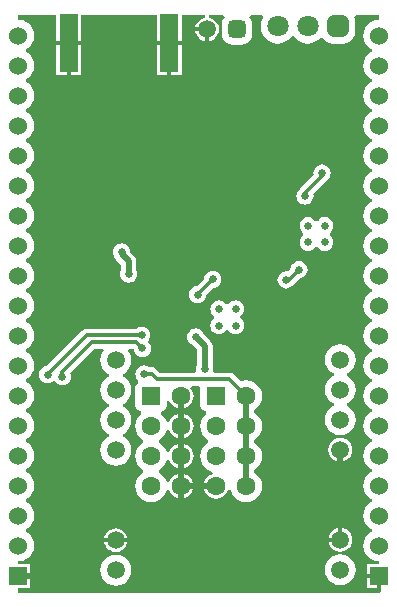
<source format=gbl>
%FSAX24Y24*%
%MOIN*%
G70*
G01*
G75*
G04 Layer_Physical_Order=2*
G04 Layer_Color=16711680*
G04:AMPARAMS|DCode=10|XSize=59.1mil|YSize=51.2mil|CornerRadius=12.8mil|HoleSize=0mil|Usage=FLASHONLY|Rotation=180.000|XOffset=0mil|YOffset=0mil|HoleType=Round|Shape=RoundedRectangle|*
%AMROUNDEDRECTD10*
21,1,0.0591,0.0256,0,0,180.0*
21,1,0.0335,0.0512,0,0,180.0*
1,1,0.0256,-0.0167,0.0128*
1,1,0.0256,0.0167,0.0128*
1,1,0.0256,0.0167,-0.0128*
1,1,0.0256,-0.0167,-0.0128*
%
%ADD10ROUNDEDRECTD10*%
%ADD11O,0.0236X0.0827*%
G04:AMPARAMS|DCode=12|XSize=17.7mil|YSize=43.3mil|CornerRadius=4.4mil|HoleSize=0mil|Usage=FLASHONLY|Rotation=180.000|XOffset=0mil|YOffset=0mil|HoleType=Round|Shape=RoundedRectangle|*
%AMROUNDEDRECTD12*
21,1,0.0177,0.0344,0,0,180.0*
21,1,0.0089,0.0433,0,0,180.0*
1,1,0.0089,-0.0044,0.0172*
1,1,0.0089,0.0044,0.0172*
1,1,0.0089,0.0044,-0.0172*
1,1,0.0089,-0.0044,-0.0172*
%
%ADD12ROUNDEDRECTD12*%
G04:AMPARAMS|DCode=13|XSize=84.6mil|YSize=84.6mil|CornerRadius=4.2mil|HoleSize=0mil|Usage=FLASHONLY|Rotation=90.000|XOffset=0mil|YOffset=0mil|HoleType=Round|Shape=RoundedRectangle|*
%AMROUNDEDRECTD13*
21,1,0.0846,0.0762,0,0,90.0*
21,1,0.0762,0.0846,0,0,90.0*
1,1,0.0085,0.0381,0.0381*
1,1,0.0085,0.0381,-0.0381*
1,1,0.0085,-0.0381,-0.0381*
1,1,0.0085,-0.0381,0.0381*
%
%ADD13ROUNDEDRECTD13*%
G04:AMPARAMS|DCode=14|XSize=17.7mil|YSize=43.3mil|CornerRadius=4.4mil|HoleSize=0mil|Usage=FLASHONLY|Rotation=270.000|XOffset=0mil|YOffset=0mil|HoleType=Round|Shape=RoundedRectangle|*
%AMROUNDEDRECTD14*
21,1,0.0177,0.0344,0,0,270.0*
21,1,0.0089,0.0433,0,0,270.0*
1,1,0.0089,-0.0172,-0.0044*
1,1,0.0089,-0.0172,0.0044*
1,1,0.0089,0.0172,0.0044*
1,1,0.0089,0.0172,-0.0044*
%
%ADD14ROUNDEDRECTD14*%
G04:AMPARAMS|DCode=15|XSize=39.4mil|YSize=39.4mil|CornerRadius=9.8mil|HoleSize=0mil|Usage=FLASHONLY|Rotation=0.000|XOffset=0mil|YOffset=0mil|HoleType=Round|Shape=RoundedRectangle|*
%AMROUNDEDRECTD15*
21,1,0.0394,0.0197,0,0,0.0*
21,1,0.0197,0.0394,0,0,0.0*
1,1,0.0197,0.0098,-0.0098*
1,1,0.0197,-0.0098,-0.0098*
1,1,0.0197,-0.0098,0.0098*
1,1,0.0197,0.0098,0.0098*
%
%ADD15ROUNDEDRECTD15*%
G04:AMPARAMS|DCode=16|XSize=39.4mil|YSize=39.4mil|CornerRadius=9.8mil|HoleSize=0mil|Usage=FLASHONLY|Rotation=90.000|XOffset=0mil|YOffset=0mil|HoleType=Round|Shape=RoundedRectangle|*
%AMROUNDEDRECTD16*
21,1,0.0394,0.0197,0,0,90.0*
21,1,0.0197,0.0394,0,0,90.0*
1,1,0.0197,0.0098,0.0098*
1,1,0.0197,0.0098,-0.0098*
1,1,0.0197,-0.0098,-0.0098*
1,1,0.0197,-0.0098,0.0098*
%
%ADD16ROUNDEDRECTD16*%
G04:AMPARAMS|DCode=17|XSize=59.1mil|YSize=51.2mil|CornerRadius=12.8mil|HoleSize=0mil|Usage=FLASHONLY|Rotation=270.000|XOffset=0mil|YOffset=0mil|HoleType=Round|Shape=RoundedRectangle|*
%AMROUNDEDRECTD17*
21,1,0.0591,0.0256,0,0,270.0*
21,1,0.0335,0.0512,0,0,270.0*
1,1,0.0256,-0.0128,-0.0167*
1,1,0.0256,-0.0128,0.0167*
1,1,0.0256,0.0128,0.0167*
1,1,0.0256,0.0128,-0.0167*
%
%ADD17ROUNDEDRECTD17*%
G04:AMPARAMS|DCode=18|XSize=32mil|YSize=40mil|CornerRadius=4mil|HoleSize=0mil|Usage=FLASHONLY|Rotation=90.000|XOffset=0mil|YOffset=0mil|HoleType=Round|Shape=RoundedRectangle|*
%AMROUNDEDRECTD18*
21,1,0.0320,0.0320,0,0,90.0*
21,1,0.0240,0.0400,0,0,90.0*
1,1,0.0080,0.0160,0.0120*
1,1,0.0080,0.0160,-0.0120*
1,1,0.0080,-0.0160,-0.0120*
1,1,0.0080,-0.0160,0.0120*
%
%ADD18ROUNDEDRECTD18*%
G04:AMPARAMS|DCode=19|XSize=32mil|YSize=40mil|CornerRadius=4mil|HoleSize=0mil|Usage=FLASHONLY|Rotation=0.000|XOffset=0mil|YOffset=0mil|HoleType=Round|Shape=RoundedRectangle|*
%AMROUNDEDRECTD19*
21,1,0.0320,0.0320,0,0,0.0*
21,1,0.0240,0.0400,0,0,0.0*
1,1,0.0080,0.0120,-0.0160*
1,1,0.0080,-0.0120,-0.0160*
1,1,0.0080,-0.0120,0.0160*
1,1,0.0080,0.0120,0.0160*
%
%ADD19ROUNDEDRECTD19*%
G04:AMPARAMS|DCode=20|XSize=70.9mil|YSize=65mil|CornerRadius=4.9mil|HoleSize=0mil|Usage=FLASHONLY|Rotation=0.000|XOffset=0mil|YOffset=0mil|HoleType=Round|Shape=RoundedRectangle|*
%AMROUNDEDRECTD20*
21,1,0.0709,0.0552,0,0,0.0*
21,1,0.0611,0.0650,0,0,0.0*
1,1,0.0097,0.0306,-0.0276*
1,1,0.0097,-0.0306,-0.0276*
1,1,0.0097,-0.0306,0.0276*
1,1,0.0097,0.0306,0.0276*
%
%ADD20ROUNDEDRECTD20*%
%ADD21R,0.0630X0.1929*%
%ADD22R,0.0276X0.0925*%
%ADD23R,0.0512X0.0354*%
%ADD24R,0.0748X0.0354*%
%ADD25R,0.1063X0.0669*%
%ADD26C,0.0118*%
%ADD27C,0.0100*%
%ADD28C,0.0079*%
%ADD29C,0.0197*%
%ADD30R,0.0591X0.0256*%
%ADD31R,0.0394X0.0217*%
%ADD32R,0.0217X0.0394*%
%ADD33R,0.0256X0.0591*%
%ADD34C,0.0600*%
%ADD35R,0.0600X0.0600*%
%ADD36C,0.0591*%
G04:AMPARAMS|DCode=37|XSize=63mil|YSize=63mil|CornerRadius=7.9mil|HoleSize=0mil|Usage=FLASHONLY|Rotation=270.000|XOffset=0mil|YOffset=0mil|HoleType=Round|Shape=RoundedRectangle|*
%AMROUNDEDRECTD37*
21,1,0.0630,0.0472,0,0,270.0*
21,1,0.0472,0.0630,0,0,270.0*
1,1,0.0157,-0.0236,-0.0236*
1,1,0.0157,-0.0236,0.0236*
1,1,0.0157,0.0236,0.0236*
1,1,0.0157,0.0236,-0.0236*
%
%ADD37ROUNDEDRECTD37*%
%ADD38C,0.0630*%
G04:AMPARAMS|DCode=39|XSize=59.1mil|YSize=59.1mil|CornerRadius=14.8mil|HoleSize=0mil|Usage=FLASHONLY|Rotation=180.000|XOffset=0mil|YOffset=0mil|HoleType=Round|Shape=RoundedRectangle|*
%AMROUNDEDRECTD39*
21,1,0.0591,0.0295,0,0,180.0*
21,1,0.0295,0.0591,0,0,180.0*
1,1,0.0295,-0.0148,0.0148*
1,1,0.0295,0.0148,0.0148*
1,1,0.0295,0.0148,-0.0148*
1,1,0.0295,-0.0148,-0.0148*
%
%ADD39ROUNDEDRECTD39*%
G04:AMPARAMS|DCode=40|XSize=70.9mil|YSize=70.9mil|CornerRadius=17.7mil|HoleSize=0mil|Usage=FLASHONLY|Rotation=180.000|XOffset=0mil|YOffset=0mil|HoleType=Round|Shape=RoundedRectangle|*
%AMROUNDEDRECTD40*
21,1,0.0709,0.0354,0,0,180.0*
21,1,0.0354,0.0709,0,0,180.0*
1,1,0.0354,-0.0177,0.0177*
1,1,0.0354,0.0177,0.0177*
1,1,0.0354,0.0177,-0.0177*
1,1,0.0354,-0.0177,-0.0177*
%
%ADD40ROUNDEDRECTD40*%
%ADD41C,0.0709*%
%ADD42C,0.0256*%
G36*
X044010Y047040D02*
X044094Y047023D01*
X044959D01*
Y045018D01*
X045789D01*
Y047023D01*
X046564D01*
X046569Y046945D01*
X046535Y046940D01*
X046438Y046900D01*
X046356Y046837D01*
X046293Y046754D01*
X046253Y046658D01*
X046239Y046555D01*
X046253Y046452D01*
X046293Y046356D01*
X046356Y046273D01*
X046438Y046210D01*
X046535Y046170D01*
X046638Y046156D01*
X046741Y046170D01*
X046837Y046210D01*
X046920Y046273D01*
X046983Y046356D01*
X047023Y046452D01*
X047036Y046555D01*
X047023Y046658D01*
X046983Y046754D01*
X046920Y046837D01*
X046837Y046900D01*
X046741Y046940D01*
X046707Y046945D01*
X046712Y047023D01*
X047184D01*
X047196Y047007D01*
X047223Y046953D01*
X047172Y046886D01*
X047135Y046798D01*
X047123Y046703D01*
Y046407D01*
X047135Y046312D01*
X047172Y046224D01*
X047230Y046148D01*
X047306Y046089D01*
X047395Y046053D01*
X047490Y046040D01*
X047785D01*
X047881Y046053D01*
X047969Y046089D01*
X048045Y046148D01*
X048104Y046224D01*
X048140Y046312D01*
X048153Y046407D01*
Y046703D01*
X048140Y046798D01*
X048104Y046886D01*
X048053Y046953D01*
X048080Y047007D01*
X048092Y047023D01*
X048475D01*
X048510Y046953D01*
X048501Y046941D01*
X048444Y046803D01*
X048424Y046654D01*
X048444Y046505D01*
X048501Y046366D01*
X048593Y046246D01*
X048712Y046155D01*
X048851Y046097D01*
X049000Y046078D01*
X049149Y046097D01*
X049288Y046155D01*
X049407Y046246D01*
X049461Y046316D01*
X049539D01*
X049593Y046246D01*
X049712Y046155D01*
X049851Y046097D01*
X050000Y046078D01*
X050149Y046097D01*
X050288Y046155D01*
X050407Y046246D01*
X050416Y046258D01*
X050494D01*
X050542Y046196D01*
X050624Y046132D01*
X050720Y046093D01*
X050823Y046079D01*
X051177D01*
X051280Y046093D01*
X051376Y046132D01*
X051458Y046196D01*
X051521Y046278D01*
X051561Y046374D01*
X051574Y046476D01*
Y046831D01*
X051561Y046933D01*
X051551Y046958D01*
X051594Y047023D01*
X052362D01*
Y046867D01*
X052227Y046850D01*
X052102Y046798D01*
X051994Y046715D01*
X051911Y046607D01*
X051859Y046481D01*
X051841Y046346D01*
X051859Y046212D01*
X051911Y046086D01*
X051994Y045978D01*
X052102Y045895D01*
X052124Y045886D01*
Y045807D01*
X052102Y045798D01*
X051994Y045715D01*
X051911Y045607D01*
X051859Y045481D01*
X051841Y045346D01*
X051859Y045212D01*
X051911Y045086D01*
X051994Y044978D01*
X052102Y044895D01*
X052124Y044886D01*
Y044807D01*
X052102Y044798D01*
X051994Y044715D01*
X051911Y044607D01*
X051859Y044481D01*
X051841Y044346D01*
X051859Y044212D01*
X051911Y044086D01*
X051994Y043978D01*
X052102Y043895D01*
X052124Y043886D01*
Y043807D01*
X052102Y043798D01*
X051994Y043715D01*
X051911Y043607D01*
X051859Y043481D01*
X051841Y043346D01*
X051859Y043212D01*
X051911Y043086D01*
X051994Y042978D01*
X052102Y042895D01*
X052124Y042886D01*
Y042807D01*
X052102Y042798D01*
X051994Y042715D01*
X051911Y042607D01*
X051859Y042481D01*
X051841Y042346D01*
X051859Y042212D01*
X051911Y042086D01*
X051994Y041978D01*
X052102Y041895D01*
X052124Y041886D01*
Y041807D01*
X052102Y041798D01*
X051994Y041715D01*
X051911Y041607D01*
X051859Y041481D01*
X051841Y041346D01*
X051859Y041212D01*
X051911Y041086D01*
X051994Y040978D01*
X052102Y040895D01*
X052124Y040886D01*
Y040807D01*
X052102Y040798D01*
X051994Y040715D01*
X051911Y040607D01*
X051859Y040481D01*
X051841Y040346D01*
X051859Y040212D01*
X051911Y040086D01*
X051994Y039978D01*
X052102Y039895D01*
X052124Y039886D01*
Y039807D01*
X052102Y039798D01*
X051994Y039715D01*
X051911Y039607D01*
X051859Y039481D01*
X051841Y039346D01*
X051859Y039212D01*
X051911Y039086D01*
X051994Y038978D01*
X052102Y038895D01*
X052124Y038886D01*
Y038807D01*
X052102Y038798D01*
X051994Y038715D01*
X051911Y038607D01*
X051859Y038481D01*
X051841Y038346D01*
X051859Y038212D01*
X051911Y038086D01*
X051994Y037978D01*
X052102Y037895D01*
X052124Y037886D01*
Y037807D01*
X052102Y037798D01*
X051994Y037715D01*
X051911Y037607D01*
X051859Y037481D01*
X051841Y037346D01*
X051859Y037212D01*
X051911Y037086D01*
X051994Y036978D01*
X052102Y036895D01*
X052124Y036886D01*
Y036807D01*
X052102Y036798D01*
X051994Y036715D01*
X051911Y036607D01*
X051859Y036481D01*
X051841Y036346D01*
X051859Y036212D01*
X051911Y036086D01*
X051994Y035978D01*
X052102Y035895D01*
X052124Y035886D01*
Y035807D01*
X052102Y035798D01*
X051994Y035715D01*
X051911Y035607D01*
X051859Y035481D01*
X051841Y035346D01*
X051859Y035212D01*
X051911Y035086D01*
X051994Y034978D01*
X052102Y034895D01*
X052124Y034886D01*
Y034807D01*
X052102Y034798D01*
X051994Y034715D01*
X051911Y034607D01*
X051859Y034481D01*
X051841Y034346D01*
X051859Y034212D01*
X051911Y034086D01*
X051994Y033978D01*
X052102Y033895D01*
X052124Y033886D01*
Y033807D01*
X052102Y033798D01*
X051994Y033715D01*
X051911Y033607D01*
X051859Y033481D01*
X051841Y033346D01*
X051859Y033212D01*
X051911Y033086D01*
X051994Y032978D01*
X052102Y032895D01*
X052124Y032886D01*
Y032807D01*
X052102Y032798D01*
X051994Y032715D01*
X051911Y032607D01*
X051859Y032481D01*
X051841Y032346D01*
X051859Y032212D01*
X051911Y032086D01*
X051994Y031978D01*
X052102Y031895D01*
X052124Y031886D01*
Y031807D01*
X052102Y031798D01*
X051994Y031715D01*
X051911Y031607D01*
X051859Y031481D01*
X051841Y031346D01*
X051859Y031212D01*
X051911Y031086D01*
X051994Y030978D01*
X052102Y030895D01*
X052124Y030886D01*
Y030807D01*
X052102Y030798D01*
X051994Y030715D01*
X051911Y030607D01*
X051859Y030481D01*
X051841Y030346D01*
X051859Y030212D01*
X051911Y030086D01*
X051994Y029978D01*
X052102Y029895D01*
X052124Y029886D01*
Y029807D01*
X052102Y029798D01*
X051994Y029715D01*
X051911Y029607D01*
X051859Y029481D01*
X051841Y029346D01*
X051859Y029212D01*
X051911Y029086D01*
X051994Y028978D01*
X052102Y028895D01*
X052227Y028843D01*
X052362Y028825D01*
Y028746D01*
X051962D01*
Y027946D01*
X052362D01*
Y027780D01*
X040354D01*
Y027946D01*
X040754D01*
Y028746D01*
X040354D01*
Y028825D01*
X040489Y028843D01*
X040615Y028895D01*
X040723Y028978D01*
X040806Y029086D01*
X040858Y029212D01*
X040875Y029346D01*
X040858Y029481D01*
X040806Y029607D01*
X040723Y029715D01*
X040615Y029798D01*
X040592Y029807D01*
Y029886D01*
X040615Y029895D01*
X040723Y029978D01*
X040806Y030086D01*
X040858Y030212D01*
X040875Y030346D01*
X040858Y030481D01*
X040806Y030607D01*
X040723Y030715D01*
X040615Y030798D01*
X040592Y030807D01*
Y030886D01*
X040615Y030895D01*
X040723Y030978D01*
X040806Y031086D01*
X040858Y031212D01*
X040875Y031346D01*
X040858Y031481D01*
X040806Y031607D01*
X040723Y031715D01*
X040615Y031798D01*
X040592Y031807D01*
Y031886D01*
X040615Y031895D01*
X040723Y031978D01*
X040806Y032086D01*
X040858Y032212D01*
X040875Y032346D01*
X040858Y032481D01*
X040806Y032607D01*
X040723Y032715D01*
X040615Y032798D01*
X040592Y032807D01*
Y032886D01*
X040615Y032895D01*
X040723Y032978D01*
X040806Y033086D01*
X040858Y033212D01*
X040875Y033346D01*
X040858Y033481D01*
X040806Y033607D01*
X040723Y033715D01*
X040615Y033798D01*
X040592Y033807D01*
Y033886D01*
X040615Y033895D01*
X040723Y033978D01*
X040806Y034086D01*
X040858Y034212D01*
X040875Y034346D01*
X040858Y034481D01*
X040806Y034607D01*
X040723Y034715D01*
X040615Y034798D01*
X040592Y034807D01*
Y034886D01*
X040615Y034895D01*
X040723Y034978D01*
X040806Y035086D01*
X040858Y035212D01*
X040875Y035346D01*
X040858Y035481D01*
X040806Y035607D01*
X040723Y035715D01*
X040615Y035798D01*
X040592Y035807D01*
Y035886D01*
X040615Y035895D01*
X040723Y035978D01*
X040806Y036086D01*
X040858Y036212D01*
X040875Y036346D01*
X040858Y036481D01*
X040806Y036607D01*
X040723Y036715D01*
X040615Y036798D01*
X040592Y036807D01*
Y036886D01*
X040615Y036895D01*
X040723Y036978D01*
X040806Y037086D01*
X040858Y037212D01*
X040875Y037346D01*
X040858Y037481D01*
X040806Y037607D01*
X040723Y037715D01*
X040615Y037798D01*
X040592Y037807D01*
Y037886D01*
X040615Y037895D01*
X040723Y037978D01*
X040806Y038086D01*
X040858Y038212D01*
X040875Y038346D01*
X040858Y038481D01*
X040806Y038607D01*
X040723Y038715D01*
X040615Y038798D01*
X040592Y038807D01*
Y038886D01*
X040615Y038895D01*
X040723Y038978D01*
X040806Y039086D01*
X040858Y039212D01*
X040875Y039346D01*
X040858Y039481D01*
X040806Y039607D01*
X040723Y039715D01*
X040615Y039798D01*
X040592Y039807D01*
Y039886D01*
X040615Y039895D01*
X040723Y039978D01*
X040806Y040086D01*
X040858Y040212D01*
X040875Y040346D01*
X040858Y040481D01*
X040806Y040607D01*
X040723Y040715D01*
X040615Y040798D01*
X040592Y040807D01*
Y040886D01*
X040615Y040895D01*
X040723Y040978D01*
X040806Y041086D01*
X040858Y041212D01*
X040875Y041346D01*
X040858Y041481D01*
X040806Y041607D01*
X040723Y041715D01*
X040615Y041798D01*
X040592Y041807D01*
Y041886D01*
X040615Y041895D01*
X040723Y041978D01*
X040806Y042086D01*
X040858Y042212D01*
X040875Y042346D01*
X040858Y042481D01*
X040806Y042607D01*
X040723Y042715D01*
X040615Y042798D01*
X040592Y042807D01*
Y042886D01*
X040615Y042895D01*
X040723Y042978D01*
X040806Y043086D01*
X040858Y043212D01*
X040875Y043346D01*
X040858Y043481D01*
X040806Y043607D01*
X040723Y043715D01*
X040615Y043798D01*
X040592Y043807D01*
Y043886D01*
X040615Y043895D01*
X040723Y043978D01*
X040806Y044086D01*
X040858Y044212D01*
X040875Y044346D01*
X040858Y044481D01*
X040806Y044607D01*
X040723Y044715D01*
X040615Y044798D01*
X040592Y044807D01*
Y044886D01*
X040615Y044895D01*
X040723Y044978D01*
X040806Y045086D01*
X040858Y045212D01*
X040875Y045346D01*
X040858Y045481D01*
X040806Y045607D01*
X040723Y045715D01*
X040615Y045798D01*
X040592Y045807D01*
Y045886D01*
X040615Y045895D01*
X040723Y045978D01*
X040806Y046086D01*
X040858Y046212D01*
X040875Y046346D01*
X040858Y046481D01*
X040806Y046607D01*
X040723Y046715D01*
X040615Y046798D01*
X040489Y046850D01*
X040354Y046867D01*
Y047023D01*
X041613D01*
Y045018D01*
X042443D01*
Y047023D01*
X043307D01*
X043392Y047040D01*
X043402Y047047D01*
X043999D01*
X044010Y047040D01*
D02*
G37*
%LPC*%
G36*
X051083Y032942D02*
X050979Y032928D01*
X050883Y032889D01*
X050801Y032825D01*
X050737Y032743D01*
X050698Y032646D01*
X050684Y032543D01*
X050698Y032440D01*
X050737Y032344D01*
X050801Y032261D01*
X050883Y032198D01*
X050979Y032158D01*
X051083Y032145D01*
X051186Y032158D01*
X051282Y032198D01*
X051365Y032261D01*
X051428Y032344D01*
X051468Y032440D01*
X051481Y032543D01*
X051468Y032646D01*
X051428Y032743D01*
X051365Y032825D01*
X051282Y032889D01*
X051186Y032928D01*
X051083Y032942D01*
D02*
G37*
G36*
Y036060D02*
X050949Y036042D01*
X050825Y035990D01*
X050718Y035908D01*
X050636Y035801D01*
X050584Y035677D01*
X050566Y035543D01*
X050584Y035410D01*
X050636Y035285D01*
X050718Y035178D01*
X050825Y035096D01*
X050857Y035083D01*
Y035004D01*
X050825Y034990D01*
X050718Y034908D01*
X050636Y034801D01*
X050584Y034677D01*
X050566Y034543D01*
X050584Y034410D01*
X050636Y034285D01*
X050718Y034178D01*
X050825Y034096D01*
X050857Y034083D01*
Y034004D01*
X050825Y033990D01*
X050718Y033908D01*
X050636Y033801D01*
X050584Y033677D01*
X050566Y033543D01*
X050584Y033410D01*
X050636Y033285D01*
X050718Y033178D01*
X050825Y033096D01*
X050949Y033045D01*
X051083Y033027D01*
X051216Y033045D01*
X051341Y033096D01*
X051448Y033178D01*
X051530Y033285D01*
X051581Y033410D01*
X051599Y033543D01*
X051581Y033677D01*
X051530Y033801D01*
X051448Y033908D01*
X051341Y033990D01*
X051308Y034004D01*
Y034083D01*
X051341Y034096D01*
X051448Y034178D01*
X051530Y034285D01*
X051581Y034410D01*
X051599Y034543D01*
X051581Y034677D01*
X051530Y034801D01*
X051448Y034908D01*
X051341Y034990D01*
X051308Y035004D01*
Y035083D01*
X051341Y035096D01*
X051448Y035178D01*
X051530Y035285D01*
X051581Y035410D01*
X051599Y035543D01*
X051581Y035677D01*
X051530Y035801D01*
X051448Y035908D01*
X051341Y035990D01*
X051216Y036042D01*
X051083Y036060D01*
D02*
G37*
G36*
X046260Y036587D02*
X046185Y036577D01*
X046116Y036549D01*
X046056Y036503D01*
X046011Y036443D01*
X045982Y036374D01*
X045972Y036299D01*
X045982Y036225D01*
X046011Y036155D01*
X046056Y036096D01*
X046116Y036050D01*
X046164Y036030D01*
X046307Y035887D01*
Y035369D01*
X046287Y035321D01*
X046277Y035246D01*
X046287Y035172D01*
X046235Y035113D01*
X045072D01*
X044949Y035235D01*
X044878Y035283D01*
X044793Y035300D01*
X044744Y035290D01*
X044719D01*
X044681Y035318D01*
X044612Y035347D01*
X044537Y035357D01*
X044463Y035347D01*
X044393Y035318D01*
X044334Y035272D01*
X044288Y035213D01*
X044259Y035143D01*
X044250Y035069D01*
X044259Y034994D01*
X044288Y034925D01*
X044334Y034865D01*
X044341Y034860D01*
Y034781D01*
X044329Y034772D01*
X044281Y034710D01*
X044252Y034638D01*
X044242Y034561D01*
Y034089D01*
X044252Y034011D01*
X044281Y033940D01*
X044329Y033878D01*
X044390Y033831D01*
X044429Y033815D01*
X044439Y033737D01*
X044397Y033704D01*
X044311Y033593D01*
X044258Y033464D01*
X044240Y033325D01*
X044258Y033186D01*
X044311Y033057D01*
X044397Y032946D01*
X044503Y032864D01*
Y032785D01*
X044397Y032704D01*
X044311Y032593D01*
X044258Y032464D01*
X044240Y032325D01*
X044258Y032186D01*
X044311Y032057D01*
X044397Y031946D01*
X044503Y031864D01*
Y031785D01*
X044397Y031704D01*
X044311Y031593D01*
X044258Y031464D01*
X044240Y031325D01*
X044258Y031186D01*
X044311Y031057D01*
X044397Y030946D01*
X044508Y030861D01*
X044637Y030807D01*
X044776Y030789D01*
X044914Y030807D01*
X045044Y030861D01*
X045155Y030946D01*
X045240Y031057D01*
X045293Y031186D01*
X045295Y031201D01*
X045373Y031211D01*
X045413Y031116D01*
X045480Y031029D01*
X045566Y030962D01*
X045667Y030921D01*
X045776Y030906D01*
X045884Y030921D01*
X045985Y030962D01*
X046072Y031029D01*
X046138Y031116D01*
X046180Y031216D01*
X046194Y031325D01*
X046180Y031433D01*
X046138Y031534D01*
X046072Y031621D01*
X045985Y031687D01*
X045884Y031729D01*
X045776Y031743D01*
X045667Y031729D01*
X045566Y031687D01*
X045480Y031621D01*
X045413Y031534D01*
X045373Y031438D01*
X045295Y031449D01*
X045293Y031464D01*
X045240Y031593D01*
X045155Y031704D01*
X045048Y031785D01*
Y031864D01*
X045155Y031946D01*
X045240Y032057D01*
X045293Y032186D01*
X045295Y032201D01*
X045373Y032211D01*
X045413Y032116D01*
X045480Y032029D01*
X045566Y031962D01*
X045667Y031921D01*
X045776Y031906D01*
X045884Y031921D01*
X045985Y031962D01*
X046072Y032029D01*
X046138Y032116D01*
X046180Y032216D01*
X046194Y032325D01*
X046180Y032433D01*
X046138Y032534D01*
X046072Y032621D01*
X045985Y032687D01*
X045884Y032729D01*
X045776Y032743D01*
X045667Y032729D01*
X045566Y032687D01*
X045480Y032621D01*
X045413Y032534D01*
X045373Y032438D01*
X045295Y032449D01*
X045293Y032464D01*
X045240Y032593D01*
X045155Y032704D01*
X045048Y032785D01*
Y032864D01*
X045155Y032946D01*
X045240Y033057D01*
X045293Y033186D01*
X045295Y033201D01*
X045373Y033211D01*
X045413Y033116D01*
X045480Y033029D01*
X045566Y032962D01*
X045667Y032921D01*
X045776Y032906D01*
X045884Y032921D01*
X045985Y032962D01*
X046072Y033029D01*
X046138Y033116D01*
X046180Y033216D01*
X046194Y033325D01*
X046180Y033433D01*
X046138Y033534D01*
X046072Y033621D01*
X045985Y033687D01*
X045884Y033729D01*
X045776Y033743D01*
X045667Y033729D01*
X045566Y033687D01*
X045480Y033621D01*
X045413Y033534D01*
X045373Y033438D01*
X045295Y033449D01*
X045293Y033464D01*
X045240Y033593D01*
X045155Y033704D01*
X045112Y033737D01*
X045122Y033815D01*
X045161Y033831D01*
X045222Y033878D01*
X045270Y033940D01*
X045299Y034011D01*
X045310Y034089D01*
Y034164D01*
X045387Y034179D01*
X045413Y034116D01*
X045480Y034029D01*
X045566Y033962D01*
X045667Y033921D01*
X045776Y033906D01*
X045884Y033921D01*
X045985Y033962D01*
X046072Y034029D01*
X046138Y034116D01*
X046180Y034216D01*
X046194Y034325D01*
X046180Y034433D01*
X046138Y034534D01*
X046087Y034600D01*
X046122Y034671D01*
X046362D01*
X046414Y034612D01*
X046407Y034561D01*
Y034089D01*
X046417Y034011D01*
X046447Y033940D01*
X046494Y033878D01*
X046556Y033831D01*
X046594Y033815D01*
X046605Y033737D01*
X046562Y033704D01*
X046477Y033593D01*
X046423Y033464D01*
X046405Y033325D01*
X046423Y033186D01*
X046477Y033057D01*
X046562Y032946D01*
X046668Y032864D01*
Y032785D01*
X046562Y032704D01*
X046477Y032593D01*
X046423Y032464D01*
X046405Y032325D01*
X046423Y032186D01*
X046477Y032057D01*
X046562Y031946D01*
X046673Y031861D01*
X046802Y031807D01*
X046817Y031805D01*
X046827Y031727D01*
X046732Y031687D01*
X046645Y031621D01*
X046578Y031534D01*
X046537Y031433D01*
X046522Y031325D01*
X046537Y031216D01*
X046578Y031116D01*
X046645Y031029D01*
X046732Y030962D01*
X046833Y030921D01*
X046941Y030906D01*
X047049Y030921D01*
X047150Y030962D01*
X047237Y031029D01*
X047303Y031116D01*
X047343Y031211D01*
X047421Y031201D01*
X047423Y031186D01*
X047477Y031057D01*
X047562Y030946D01*
X047673Y030861D01*
X047802Y030807D01*
X047941Y030789D01*
X048080Y030807D01*
X048209Y030861D01*
X048320Y030946D01*
X048405Y031057D01*
X048459Y031186D01*
X048477Y031325D01*
X048459Y031464D01*
X048405Y031593D01*
X048320Y031704D01*
X048214Y031785D01*
Y031864D01*
X048320Y031946D01*
X048405Y032057D01*
X048459Y032186D01*
X048477Y032325D01*
X048459Y032464D01*
X048405Y032593D01*
X048320Y032704D01*
X048214Y032785D01*
Y032864D01*
X048320Y032946D01*
X048405Y033057D01*
X048459Y033186D01*
X048477Y033325D01*
X048459Y033464D01*
X048405Y033593D01*
X048320Y033704D01*
X048214Y033785D01*
Y033864D01*
X048320Y033946D01*
X048405Y034057D01*
X048459Y034186D01*
X048477Y034325D01*
X048459Y034464D01*
X048405Y034593D01*
X048320Y034704D01*
X048209Y034789D01*
X048080Y034843D01*
X047941Y034861D01*
X047802Y034843D01*
X047755Y034823D01*
X047530Y035048D01*
X047459Y035096D01*
X047374Y035113D01*
X046895D01*
X046843Y035172D01*
X046853Y035246D01*
X046843Y035321D01*
X046823Y035369D01*
Y035994D01*
X046814Y036061D01*
X046807Y036079D01*
X046788Y036123D01*
X046747Y036177D01*
X046529Y036395D01*
X046509Y036443D01*
X046463Y036503D01*
X046404Y036549D01*
X046334Y036577D01*
X046260Y036587D01*
D02*
G37*
G36*
X051083Y029942D02*
X050979Y029928D01*
X050883Y029889D01*
X050801Y029825D01*
X050737Y029743D01*
X050698Y029646D01*
X050684Y029543D01*
X050698Y029440D01*
X050737Y029344D01*
X050801Y029261D01*
X050883Y029198D01*
X050979Y029158D01*
X051083Y029145D01*
X051186Y029158D01*
X051282Y029198D01*
X051365Y029261D01*
X051428Y029344D01*
X051468Y029440D01*
X051481Y029543D01*
X051468Y029646D01*
X051428Y029743D01*
X051365Y029825D01*
X051282Y029889D01*
X051186Y029928D01*
X051083Y029942D01*
D02*
G37*
G36*
X043602Y029044D02*
X043469Y029026D01*
X043344Y028975D01*
X043237Y028893D01*
X043155Y028786D01*
X043104Y028661D01*
X043086Y028528D01*
X043104Y028394D01*
X043155Y028269D01*
X043237Y028163D01*
X043344Y028080D01*
X043469Y028029D01*
X043602Y028011D01*
X043736Y028029D01*
X043860Y028080D01*
X043967Y028163D01*
X044049Y028269D01*
X044101Y028394D01*
X044119Y028528D01*
X044101Y028661D01*
X044049Y028786D01*
X043967Y028893D01*
X043860Y028975D01*
X043736Y029026D01*
X043602Y029044D01*
D02*
G37*
G36*
X051083Y029060D02*
X050949Y029042D01*
X050825Y028990D01*
X050718Y028908D01*
X050636Y028801D01*
X050584Y028677D01*
X050566Y028543D01*
X050584Y028410D01*
X050636Y028285D01*
X050718Y028178D01*
X050825Y028096D01*
X050949Y028045D01*
X051083Y028027D01*
X051216Y028045D01*
X051341Y028096D01*
X051448Y028178D01*
X051530Y028285D01*
X051581Y028410D01*
X051599Y028543D01*
X051581Y028677D01*
X051530Y028801D01*
X051448Y028908D01*
X051341Y028990D01*
X051216Y029042D01*
X051083Y029060D01*
D02*
G37*
G36*
X043602Y029926D02*
X043499Y029913D01*
X043403Y029873D01*
X043320Y029809D01*
X043257Y029727D01*
X043217Y029631D01*
X043204Y029528D01*
X043217Y029424D01*
X043257Y029328D01*
X043320Y029246D01*
X043403Y029182D01*
X043499Y029142D01*
X043602Y029129D01*
X043706Y029142D01*
X043802Y029182D01*
X043884Y029246D01*
X043948Y029328D01*
X043987Y029424D01*
X044001Y029528D01*
X043987Y029631D01*
X043948Y029727D01*
X043884Y029809D01*
X043802Y029873D01*
X043706Y029913D01*
X043602Y029926D01*
D02*
G37*
G36*
X049705Y038831D02*
X049630Y038821D01*
X049561Y038793D01*
X049501Y038747D01*
X049455Y038687D01*
X049427Y038618D01*
X049421Y038571D01*
X049328Y038479D01*
X049272Y038487D01*
X049197Y038477D01*
X049128Y038448D01*
X049068Y038402D01*
X049022Y038343D01*
X048994Y038273D01*
X048984Y038199D01*
X048994Y038124D01*
X049022Y038055D01*
X049068Y037995D01*
X049128Y037949D01*
X049197Y037921D01*
X049272Y037911D01*
X049346Y037921D01*
X049416Y037949D01*
X049475Y037995D01*
X049507Y038036D01*
X049516Y038043D01*
X049516Y038043D01*
X049516Y038043D01*
X049733Y038259D01*
X049779Y038265D01*
X049849Y038294D01*
X049908Y038340D01*
X049954Y038399D01*
X049983Y038469D01*
X049993Y038543D01*
X049983Y038618D01*
X049954Y038687D01*
X049908Y038747D01*
X049849Y038793D01*
X049779Y038821D01*
X049705Y038831D01*
D02*
G37*
G36*
X050561Y040296D02*
X050487Y040286D01*
X050417Y040257D01*
X050357Y040211D01*
X050325Y040169D01*
X050246D01*
X050213Y040211D01*
X050154Y040257D01*
X050084Y040286D01*
X050010Y040296D01*
X049935Y040286D01*
X049866Y040257D01*
X049806Y040211D01*
X049761Y040152D01*
X049732Y040082D01*
X049722Y040008D01*
X049732Y039933D01*
X049761Y039864D01*
X049806Y039804D01*
X049849Y039772D01*
Y039693D01*
X049806Y039660D01*
X049761Y039601D01*
X049732Y039531D01*
X049722Y039457D01*
X049732Y039382D01*
X049761Y039313D01*
X049806Y039253D01*
X049866Y039207D01*
X049935Y039179D01*
X050010Y039169D01*
X050084Y039179D01*
X050154Y039207D01*
X050213Y039253D01*
X050246Y039296D01*
X050325D01*
X050357Y039253D01*
X050417Y039207D01*
X050487Y039179D01*
X050561Y039169D01*
X050636Y039179D01*
X050705Y039207D01*
X050765Y039253D01*
X050810Y039313D01*
X050839Y039382D01*
X050849Y039457D01*
X050839Y039531D01*
X050810Y039601D01*
X050765Y039660D01*
X050722Y039693D01*
Y039772D01*
X050765Y039804D01*
X050810Y039864D01*
X050839Y039933D01*
X050849Y040008D01*
X050839Y040082D01*
X050810Y040152D01*
X050765Y040211D01*
X050705Y040257D01*
X050636Y040286D01*
X050561Y040296D01*
D02*
G37*
G36*
X050472Y042050D02*
X050398Y042040D01*
X050328Y042011D01*
X050269Y041965D01*
X050223Y041906D01*
X050194Y041836D01*
X050185Y041762D01*
X050193Y041696D01*
X049745Y041249D01*
X049726Y041219D01*
X049698Y041198D01*
X049652Y041138D01*
X049623Y041069D01*
X049614Y040994D01*
X049623Y040920D01*
X049652Y040850D01*
X049698Y040791D01*
X049758Y040745D01*
X049827Y040716D01*
X049902Y040706D01*
X049976Y040716D01*
X050046Y040745D01*
X050105Y040791D01*
X050151Y040850D01*
X050180Y040920D01*
X050189Y040994D01*
X050181Y041060D01*
X050629Y041507D01*
X050648Y041537D01*
X050676Y041558D01*
X050722Y041618D01*
X050751Y041687D01*
X050760Y041762D01*
X050751Y041836D01*
X050722Y041906D01*
X050676Y041965D01*
X050616Y042011D01*
X050547Y042040D01*
X050472Y042050D01*
D02*
G37*
G36*
X043789Y039422D02*
X043715Y039412D01*
X043645Y039383D01*
X043586Y039337D01*
X043540Y039278D01*
X043511Y039208D01*
X043501Y039134D01*
X043511Y039059D01*
X043540Y038991D01*
X043540Y038988D01*
X043553Y038957D01*
X043566Y038926D01*
X043607Y038873D01*
X043767Y038712D01*
Y038518D01*
X043748Y038470D01*
X043738Y038396D01*
X043748Y038321D01*
X043776Y038252D01*
X043822Y038192D01*
X043882Y038146D01*
X043951Y038118D01*
X044026Y038108D01*
X044100Y038118D01*
X044170Y038146D01*
X044229Y038192D01*
X044275Y038252D01*
X044304Y038321D01*
X044313Y038396D01*
X044304Y038470D01*
X044284Y038518D01*
Y038819D01*
X044275Y038886D01*
X044267Y038904D01*
X044249Y038948D01*
X044208Y039001D01*
X044077Y039132D01*
X044077Y039134D01*
X044067Y039208D01*
X044039Y039278D01*
X043993Y039337D01*
X043933Y039383D01*
X043864Y039412D01*
X043789Y039422D01*
D02*
G37*
G36*
X044459Y036646D02*
X044384Y036636D01*
X044315Y036608D01*
X044278Y036579D01*
X042628D01*
X042543Y036562D01*
X042472Y036514D01*
X041278Y035321D01*
X041254Y035317D01*
X041185Y035289D01*
X041125Y035243D01*
X041079Y035183D01*
X041051Y035114D01*
X041041Y035039D01*
X041051Y034965D01*
X041079Y034895D01*
X041125Y034836D01*
X041185Y034790D01*
X041254Y034761D01*
X041329Y034751D01*
X041403Y034761D01*
X041473Y034790D01*
X041532Y034836D01*
X041572Y034836D01*
D01*
D01*
X041617Y034777D01*
X041677Y034731D01*
X041746Y034702D01*
X041821Y034692D01*
X041895Y034702D01*
X041965Y034731D01*
X042024Y034777D01*
X042070Y034836D01*
X042099Y034906D01*
X042109Y034980D01*
X042099Y035055D01*
X042085Y035089D01*
X042906Y035911D01*
X043163D01*
X043197Y035840D01*
X043155Y035786D01*
X043104Y035661D01*
X043086Y035528D01*
X043104Y035394D01*
X043155Y035269D01*
X043237Y035163D01*
X043344Y035080D01*
X043377Y035067D01*
Y034988D01*
X043344Y034975D01*
X043237Y034893D01*
X043155Y034786D01*
X043104Y034661D01*
X043086Y034528D01*
X043104Y034394D01*
X043155Y034269D01*
X043237Y034163D01*
X043344Y034080D01*
X043377Y034067D01*
Y033988D01*
X043344Y033975D01*
X043237Y033893D01*
X043155Y033786D01*
X043104Y033661D01*
X043086Y033528D01*
X043104Y033394D01*
X043155Y033269D01*
X043237Y033163D01*
X043344Y033080D01*
X043377Y033067D01*
Y032988D01*
X043344Y032975D01*
X043237Y032893D01*
X043155Y032786D01*
X043104Y032661D01*
X043086Y032528D01*
X043104Y032394D01*
X043155Y032269D01*
X043237Y032163D01*
X043344Y032080D01*
X043469Y032029D01*
X043602Y032011D01*
X043736Y032029D01*
X043860Y032080D01*
X043967Y032163D01*
X044049Y032269D01*
X044101Y032394D01*
X044119Y032528D01*
X044101Y032661D01*
X044049Y032786D01*
X043967Y032893D01*
X043860Y032975D01*
X043828Y032988D01*
Y033067D01*
X043860Y033080D01*
X043967Y033163D01*
X044049Y033269D01*
X044101Y033394D01*
X044119Y033528D01*
X044101Y033661D01*
X044049Y033786D01*
X043967Y033893D01*
X043860Y033975D01*
X043828Y033988D01*
Y034067D01*
X043860Y034080D01*
X043967Y034163D01*
X044049Y034269D01*
X044101Y034394D01*
X044119Y034528D01*
X044101Y034661D01*
X044049Y034786D01*
X043967Y034893D01*
X043860Y034975D01*
X043828Y034988D01*
Y035067D01*
X043860Y035080D01*
X043967Y035163D01*
X044049Y035269D01*
X044101Y035394D01*
X044119Y035528D01*
X044101Y035661D01*
X044049Y035786D01*
X044007Y035840D01*
X044042Y035911D01*
X044170D01*
X044194Y035887D01*
X044200Y035841D01*
X044229Y035771D01*
X044275Y035712D01*
X044334Y035666D01*
X044404Y035637D01*
X044478Y035627D01*
X044553Y035637D01*
X044622Y035666D01*
X044682Y035712D01*
X044728Y035771D01*
X044756Y035841D01*
X044766Y035915D01*
X044756Y035990D01*
X044728Y036059D01*
X044682Y036119D01*
X044682Y036119D01*
X044682D01*
X044662Y036155D01*
Y036155D01*
X044708Y036214D01*
X044737Y036284D01*
X044747Y036358D01*
X044737Y036433D01*
X044708Y036502D01*
X044662Y036562D01*
X044603Y036608D01*
X044533Y036636D01*
X044459Y036646D01*
D02*
G37*
G36*
X047589Y037520D02*
X047514Y037510D01*
X047445Y037482D01*
X047385Y037436D01*
X047352Y037393D01*
X047274D01*
X047241Y037436D01*
X047181Y037482D01*
X047112Y037510D01*
X047037Y037520D01*
X046963Y037510D01*
X046893Y037482D01*
X046834Y037436D01*
X046788Y037376D01*
X046759Y037307D01*
X046750Y037232D01*
X046759Y037158D01*
X046788Y037088D01*
X046834Y037029D01*
X046876Y036996D01*
Y036917D01*
X046834Y036885D01*
X046788Y036825D01*
X046759Y036756D01*
X046750Y036681D01*
X046759Y036607D01*
X046788Y036537D01*
X046834Y036478D01*
X046893Y036432D01*
X046963Y036403D01*
X047037Y036393D01*
X047112Y036403D01*
X047181Y036432D01*
X047241Y036478D01*
X047274Y036520D01*
X047352D01*
X047385Y036478D01*
X047445Y036432D01*
X047514Y036403D01*
X047589Y036393D01*
X047663Y036403D01*
X047733Y036432D01*
X047792Y036478D01*
X047838Y036537D01*
X047867Y036607D01*
X047876Y036681D01*
X047867Y036756D01*
X047838Y036825D01*
X047792Y036885D01*
X047750Y036917D01*
Y036996D01*
X047792Y037029D01*
X047838Y037088D01*
X047867Y037158D01*
X047876Y037232D01*
X047867Y037307D01*
X047838Y037376D01*
X047792Y037436D01*
X047733Y037482D01*
X047663Y037510D01*
X047589Y037520D01*
D02*
G37*
G36*
X046831Y038506D02*
X046756Y038497D01*
X046687Y038468D01*
X046627Y038422D01*
X046581Y038362D01*
X046553Y038293D01*
X046547Y038247D01*
X046289Y037989D01*
X046254Y037985D01*
X046185Y037956D01*
X046125Y037910D01*
X046079Y037851D01*
X046051Y037781D01*
X046041Y037707D01*
X046051Y037632D01*
X046079Y037563D01*
X046125Y037503D01*
X046185Y037457D01*
X046254Y037429D01*
X046329Y037419D01*
X046403Y037429D01*
X046473Y037457D01*
X046532Y037503D01*
X046578Y037563D01*
X046607Y037632D01*
X046614Y037690D01*
X046859Y037934D01*
X046905Y037940D01*
X046975Y037969D01*
X047034Y038015D01*
X047080Y038075D01*
X047109Y038144D01*
X047119Y038219D01*
X047109Y038293D01*
X047080Y038362D01*
X047034Y038422D01*
X046975Y038468D01*
X046905Y038497D01*
X046831Y038506D01*
D02*
G37*
%LPD*%
D21*
X042028Y046083D02*
D03*
X045374D02*
D03*
D26*
X042815Y036132D02*
X044262D01*
X041821Y035138D02*
X042815Y036132D01*
X041821Y034980D02*
Y035138D01*
X041329Y035059D02*
X042628Y036358D01*
X044459D01*
X044262Y036132D02*
X044478Y035915D01*
X042028Y046083D02*
X042717D01*
X041319D02*
X042028D01*
Y044626D02*
Y046083D01*
X045374Y044508D02*
Y046083D01*
X044547D02*
X045374D01*
X046132D01*
X046024Y046555D02*
X046638D01*
Y045909D02*
Y046555D01*
X047374Y034892D02*
X047941Y034325D01*
X044980Y034892D02*
X047374D01*
X044793Y035079D02*
X044980Y034892D01*
X049272Y038199D02*
X049360D01*
X049705Y038543D01*
X050472Y041663D02*
Y041762D01*
X049902Y041093D02*
X050472Y041663D01*
X049902Y040994D02*
Y041093D01*
X046329Y037707D02*
Y037717D01*
X046831Y038219D01*
X044537Y035069D02*
X044783D01*
X044793Y035079D01*
X043002Y029528D02*
X043602D01*
X044262D01*
X050417Y029543D02*
X051083D01*
Y030325D01*
X051742Y028346D02*
X052362D01*
Y027844D02*
Y028346D01*
D28*
X041329Y035039D02*
Y035059D01*
D29*
X045776Y033325D02*
Y034325D01*
Y032325D02*
Y033325D01*
Y031325D02*
Y032325D01*
Y030608D02*
Y031325D01*
X043789Y039055D02*
Y039134D01*
Y039055D02*
X044026Y038819D01*
X046260Y036299D02*
X046565Y035994D01*
Y035246D02*
Y035994D01*
X044026Y038396D02*
Y038819D01*
X045776Y031325D02*
X046941D01*
X051083Y031575D02*
Y032543D01*
X047941Y033325D02*
Y034325D01*
Y032325D02*
Y033325D01*
Y031325D02*
Y032325D01*
X040354Y028346D02*
X041437D01*
D34*
X052362Y029346D02*
D03*
Y030346D02*
D03*
Y031346D02*
D03*
Y032346D02*
D03*
Y033346D02*
D03*
Y034346D02*
D03*
Y035346D02*
D03*
Y036346D02*
D03*
Y037346D02*
D03*
Y038346D02*
D03*
Y039346D02*
D03*
Y040346D02*
D03*
Y041346D02*
D03*
Y042346D02*
D03*
Y043346D02*
D03*
Y044346D02*
D03*
Y045346D02*
D03*
Y046346D02*
D03*
X040354Y029346D02*
D03*
Y030346D02*
D03*
Y031346D02*
D03*
Y032346D02*
D03*
Y033346D02*
D03*
Y034346D02*
D03*
Y035346D02*
D03*
Y036346D02*
D03*
Y037346D02*
D03*
Y038346D02*
D03*
Y039346D02*
D03*
Y040346D02*
D03*
Y041346D02*
D03*
Y042346D02*
D03*
Y043346D02*
D03*
Y044346D02*
D03*
Y045346D02*
D03*
Y046346D02*
D03*
D35*
X052362Y028346D02*
D03*
X040354D02*
D03*
D36*
X051083Y035543D02*
D03*
Y034543D02*
D03*
Y033543D02*
D03*
Y032543D02*
D03*
Y029543D02*
D03*
Y028543D02*
D03*
X046638Y046555D02*
D03*
X043602Y035528D02*
D03*
Y034528D02*
D03*
Y033528D02*
D03*
Y032528D02*
D03*
Y029528D02*
D03*
Y028528D02*
D03*
D37*
X044776Y034325D02*
D03*
X046941D02*
D03*
D38*
X045776D02*
D03*
X044776Y033325D02*
D03*
X045776D02*
D03*
X044776Y032325D02*
D03*
X045776D02*
D03*
X044776Y031325D02*
D03*
X045776D02*
D03*
X047941Y034325D02*
D03*
X046941Y033325D02*
D03*
X047941D02*
D03*
X046941Y032325D02*
D03*
X047941D02*
D03*
X046941Y031325D02*
D03*
X047941D02*
D03*
D39*
X047638Y046555D02*
D03*
D40*
X051000Y046654D02*
D03*
D41*
X050000D02*
D03*
X049000D02*
D03*
D42*
X044478Y037185D02*
D03*
Y038425D02*
D03*
X048268Y041713D02*
D03*
X044232Y040640D02*
D03*
X040886Y039862D02*
D03*
X050246Y044596D02*
D03*
X051811Y046870D02*
D03*
Y044823D02*
D03*
X050837Y043839D02*
D03*
X046033Y046772D02*
D03*
X044577Y046654D02*
D03*
X044606Y045374D02*
D03*
X046211Y045748D02*
D03*
X048337Y045856D02*
D03*
X050049Y045679D02*
D03*
X046772Y043150D02*
D03*
X045758Y043120D02*
D03*
X048986Y035089D02*
D03*
X049203Y036043D02*
D03*
X048740Y034213D02*
D03*
X050207Y035266D02*
D03*
X044925Y036220D02*
D03*
X042717Y046654D02*
D03*
X050128Y029370D02*
D03*
X048937Y031230D02*
D03*
X051722Y032982D02*
D03*
X041014Y029882D02*
D03*
X040935Y032805D02*
D03*
X041811Y034409D02*
D03*
X042933Y029862D02*
D03*
X044055Y030217D02*
D03*
X045935Y029321D02*
D03*
X046831Y029331D02*
D03*
X051722Y029872D02*
D03*
X051585Y027923D02*
D03*
X048632Y027933D02*
D03*
X044154Y027953D02*
D03*
X041024Y038041D02*
D03*
X048278Y035571D02*
D03*
X051860Y036860D02*
D03*
X051929Y038858D02*
D03*
X048238Y038789D02*
D03*
X046437Y040679D02*
D03*
X051644Y042835D02*
D03*
X051171Y045758D02*
D03*
X041043Y045866D02*
D03*
X041083Y041850D02*
D03*
X043386Y042372D02*
D03*
X046171Y042146D02*
D03*
X047185Y028091D02*
D03*
X045600Y028081D02*
D03*
X045472Y030846D02*
D03*
X047362Y030904D02*
D03*
X049587Y028110D02*
D03*
X041585Y028445D02*
D03*
X041329Y035039D02*
D03*
X044459Y036358D02*
D03*
X041821Y034980D02*
D03*
X044478Y035915D02*
D03*
X050217Y037943D02*
D03*
X051191Y038041D02*
D03*
X047657Y039449D02*
D03*
X047441Y041132D02*
D03*
X043789Y039134D02*
D03*
X050285Y038553D02*
D03*
X044567Y037717D02*
D03*
X048167Y043089D02*
D03*
X049167Y043085D02*
D03*
X049272Y038199D02*
D03*
X049705Y038543D02*
D03*
X051457Y039419D02*
D03*
X051427Y039734D02*
D03*
X051437Y040049D02*
D03*
X049902Y040994D02*
D03*
X046329Y037707D02*
D03*
X046831Y038219D02*
D03*
X050472Y041762D02*
D03*
X048474Y037274D02*
D03*
X048472Y036642D02*
D03*
X044537Y035069D02*
D03*
X046260Y036299D02*
D03*
X046565Y035246D02*
D03*
X047313Y035778D02*
D03*
X044026Y038396D02*
D03*
X043465Y040167D02*
D03*
X041417Y042844D02*
D03*
X041821Y044006D02*
D03*
X042451Y029154D02*
D03*
X048730Y028986D02*
D03*
X046762Y030738D02*
D03*
X042461Y033268D02*
D03*
X047667Y044331D02*
D03*
X050010Y040008D02*
D03*
Y039457D02*
D03*
X050561D02*
D03*
Y040008D02*
D03*
X047037Y037232D02*
D03*
Y036681D02*
D03*
X047589D02*
D03*
Y037232D02*
D03*
M02*

</source>
